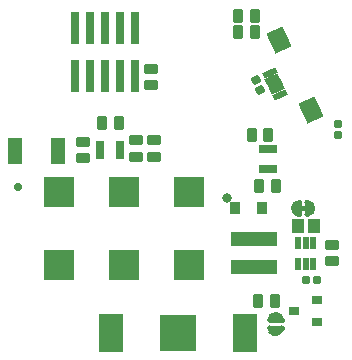
<source format=gbs>
G04*
G04 #@! TF.GenerationSoftware,Altium Limited,Altium Designer,20.2.6 (244)*
G04*
G04 Layer_Color=16711935*
%FSLAX25Y25*%
%MOIN*%
G70*
G04*
G04 #@! TF.SameCoordinates,E73447B6-61B4-4EEF-956E-7A2C62B3FEF5*
G04*
G04*
G04 #@! TF.FilePolarity,Negative*
G04*
G01*
G75*
G04:AMPARAMS|DCode=43|XSize=10mil|YSize=10mil|CornerRadius=1.25mil|HoleSize=0mil|Usage=FLASHONLY|Rotation=90.000|XOffset=0mil|YOffset=0mil|HoleType=Round|Shape=RoundedRectangle|*
%AMROUNDEDRECTD43*
21,1,0.01000,0.00750,0,0,90.0*
21,1,0.00750,0.01000,0,0,90.0*
1,1,0.00250,0.00375,0.00375*
1,1,0.00250,0.00375,-0.00375*
1,1,0.00250,-0.00375,-0.00375*
1,1,0.00250,-0.00375,0.00375*
%
%ADD43ROUNDEDRECTD43*%
G04:AMPARAMS|DCode=44|XSize=10mil|YSize=10mil|CornerRadius=1.25mil|HoleSize=0mil|Usage=FLASHONLY|Rotation=180.000|XOffset=0mil|YOffset=0mil|HoleType=Round|Shape=RoundedRectangle|*
%AMROUNDEDRECTD44*
21,1,0.01000,0.00750,0,0,180.0*
21,1,0.00750,0.01000,0,0,180.0*
1,1,0.00250,-0.00375,0.00375*
1,1,0.00250,0.00375,0.00375*
1,1,0.00250,0.00375,-0.00375*
1,1,0.00250,-0.00375,-0.00375*
%
%ADD44ROUNDEDRECTD44*%
%ADD65C,0.01800*%
%ADD72C,0.03162*%
G04:AMPARAMS|DCode=74|XSize=47.37mil|YSize=35.56mil|CornerRadius=10.89mil|HoleSize=0mil|Usage=FLASHONLY|Rotation=180.000|XOffset=0mil|YOffset=0mil|HoleType=Round|Shape=RoundedRectangle|*
%AMROUNDEDRECTD74*
21,1,0.04737,0.01378,0,0,180.0*
21,1,0.02559,0.03556,0,0,180.0*
1,1,0.02178,-0.01280,0.00689*
1,1,0.02178,0.01280,0.00689*
1,1,0.02178,0.01280,-0.00689*
1,1,0.02178,-0.01280,-0.00689*
%
%ADD74ROUNDEDRECTD74*%
G04:AMPARAMS|DCode=75|XSize=47.37mil|YSize=35.56mil|CornerRadius=10.89mil|HoleSize=0mil|Usage=FLASHONLY|Rotation=270.000|XOffset=0mil|YOffset=0mil|HoleType=Round|Shape=RoundedRectangle|*
%AMROUNDEDRECTD75*
21,1,0.04737,0.01378,0,0,270.0*
21,1,0.02559,0.03556,0,0,270.0*
1,1,0.02178,-0.00689,-0.01280*
1,1,0.02178,-0.00689,0.01280*
1,1,0.02178,0.00689,0.01280*
1,1,0.02178,0.00689,-0.01280*
%
%ADD75ROUNDEDRECTD75*%
G04:AMPARAMS|DCode=78|XSize=29.65mil|YSize=27.69mil|CornerRadius=6.46mil|HoleSize=0mil|Usage=FLASHONLY|Rotation=0.000|XOffset=0mil|YOffset=0mil|HoleType=Round|Shape=RoundedRectangle|*
%AMROUNDEDRECTD78*
21,1,0.02965,0.01476,0,0,0.0*
21,1,0.01673,0.02769,0,0,0.0*
1,1,0.01292,0.00837,-0.00738*
1,1,0.01292,-0.00837,-0.00738*
1,1,0.01292,-0.00837,0.00738*
1,1,0.01292,0.00837,0.00738*
%
%ADD78ROUNDEDRECTD78*%
G04:AMPARAMS|DCode=82|XSize=29.65mil|YSize=27.69mil|CornerRadius=6.46mil|HoleSize=0mil|Usage=FLASHONLY|Rotation=270.000|XOffset=0mil|YOffset=0mil|HoleType=Round|Shape=RoundedRectangle|*
%AMROUNDEDRECTD82*
21,1,0.02965,0.01476,0,0,270.0*
21,1,0.01673,0.02769,0,0,270.0*
1,1,0.01292,-0.00738,-0.00837*
1,1,0.01292,-0.00738,0.00837*
1,1,0.01292,0.00738,0.00837*
1,1,0.01292,0.00738,-0.00837*
%
%ADD82ROUNDEDRECTD82*%
%ADD85R,0.04147X0.04540*%
%ADD92R,0.02178X0.03950*%
%ADD96R,0.15367X0.04658*%
%ADD103C,0.02769*%
%ADD117R,0.12480X0.12480*%
%ADD118R,0.07992X0.12520*%
%ADD124R,0.02913X0.10984*%
%ADD127R,0.02276X0.02769*%
%ADD128R,0.10367X0.10131*%
%ADD129R,0.03280X0.04068*%
G04:AMPARAMS|DCode=130|XSize=29.65mil|YSize=27.69mil|CornerRadius=6.46mil|HoleSize=0mil|Usage=FLASHONLY|Rotation=205.000|XOffset=0mil|YOffset=0mil|HoleType=Round|Shape=RoundedRectangle|*
%AMROUNDEDRECTD130*
21,1,0.02965,0.01476,0,0,205.0*
21,1,0.01673,0.02769,0,0,205.0*
1,1,0.01292,-0.01070,0.00316*
1,1,0.01292,0.00446,0.01023*
1,1,0.01292,0.01070,-0.00316*
1,1,0.01292,-0.00446,-0.01023*
%
%ADD130ROUNDEDRECTD130*%
G04:AMPARAMS|DCode=131|XSize=19.81mil|YSize=47.37mil|CornerRadius=0mil|HoleSize=0mil|Usage=FLASHONLY|Rotation=295.000|XOffset=0mil|YOffset=0mil|HoleType=Round|Shape=Rectangle|*
%AMROTATEDRECTD131*
4,1,4,-0.02565,-0.00103,0.01728,0.01899,0.02565,0.00103,-0.01728,-0.01899,-0.02565,-0.00103,0.0*
%
%ADD131ROTATEDRECTD131*%

G04:AMPARAMS|DCode=132|XSize=72.96mil|YSize=59.18mil|CornerRadius=0mil|HoleSize=0mil|Usage=FLASHONLY|Rotation=295.000|XOffset=0mil|YOffset=0mil|HoleType=Round|Shape=Rectangle|*
%AMROTATEDRECTD132*
4,1,4,-0.04224,0.02056,0.01140,0.04557,0.04224,-0.02056,-0.01140,-0.04557,-0.04224,0.02056,0.0*
%
%ADD132ROTATEDRECTD132*%

%ADD133R,0.03650X0.03001*%
%ADD134R,0.04540X0.08674*%
%ADD135R,0.02769X0.02276*%
G36*
X34819Y-45448D02*
X34842Y-45450D01*
X34866Y-45451D01*
X34869Y-45451D01*
X34871Y-45451D01*
X34894Y-45456D01*
X34918Y-45461D01*
X34920Y-45461D01*
X34922Y-45462D01*
X34945Y-45469D01*
X34968Y-45477D01*
X34970Y-45478D01*
X34972Y-45478D01*
X34993Y-45489D01*
X35015Y-45500D01*
X35017Y-45501D01*
X35019Y-45502D01*
X35039Y-45515D01*
X35059Y-45528D01*
X35061Y-45530D01*
X35063Y-45531D01*
X35080Y-45546D01*
X35099Y-45562D01*
X35100Y-45564D01*
X35102Y-45565D01*
X35118Y-45583D01*
X35134Y-45601D01*
X35135Y-45603D01*
X35137Y-45605D01*
X35149Y-45624D01*
X35163Y-45645D01*
X35164Y-45647D01*
X35166Y-45648D01*
X35176Y-45669D01*
X35187Y-45691D01*
X35188Y-45693D01*
X35189Y-45695D01*
X35197Y-45718D01*
X35204Y-45741D01*
X35205Y-45743D01*
X35206Y-45745D01*
X35210Y-45768D01*
X35215Y-45792D01*
X35215Y-45794D01*
X35216Y-45796D01*
X35217Y-45820D01*
X35219Y-45844D01*
X35219Y-45847D01*
X35219Y-45849D01*
X35218Y-45873D01*
X35217Y-45897D01*
X35216Y-45899D01*
X35216Y-45901D01*
X35211Y-45925D01*
X35207Y-45948D01*
X35206Y-45950D01*
X35206Y-45953D01*
X35198Y-45976D01*
X35190Y-45998D01*
X35190Y-46000D01*
X35189Y-46002D01*
X35178Y-46024D01*
X35168Y-46045D01*
X35167Y-46047D01*
X35166Y-46049D01*
X35153Y-46069D01*
X35139Y-46089D01*
X33639Y-48089D01*
X33638Y-48091D01*
X33637Y-48093D01*
X33621Y-48111D01*
X33605Y-48129D01*
X33603Y-48131D01*
X33602Y-48132D01*
X33584Y-48148D01*
X33566Y-48164D01*
X33564Y-48165D01*
X33562Y-48167D01*
X33543Y-48180D01*
X33523Y-48194D01*
X33521Y-48195D01*
X33519Y-48196D01*
X33497Y-48207D01*
X33476Y-48217D01*
X33474Y-48218D01*
X33472Y-48219D01*
X33449Y-48227D01*
X33426Y-48235D01*
X33424Y-48235D01*
X33422Y-48236D01*
X33399Y-48241D01*
X33375Y-48246D01*
X33373Y-48246D01*
X33371Y-48246D01*
X33347Y-48248D01*
X33323Y-48250D01*
X33321Y-48250D01*
X33318Y-48250D01*
X32396Y-48250D01*
X32297Y-48447D01*
X32297Y-48447D01*
X32270Y-48493D01*
D01*
X32270Y-48493D01*
X32254Y-48513D01*
X32238Y-48534D01*
X32238Y-48534D01*
D01*
X32201Y-48571D01*
X32172Y-48593D01*
X32159Y-48603D01*
X32159Y-48603D01*
X32159Y-48603D01*
X32114Y-48629D01*
X32080Y-48642D01*
X32065Y-48649D01*
X32065Y-48649D01*
X32065Y-48649D01*
X32014Y-48662D01*
X31979Y-48666D01*
X31962Y-48668D01*
X31962D01*
D01*
X31910Y-48668D01*
X31872Y-48663D01*
X31858Y-48661D01*
X31858Y-48661D01*
X31858D01*
X31832Y-48654D01*
X31807Y-48647D01*
X31807Y-48647D01*
X31807D01*
X31807D01*
X31531Y-48551D01*
X31529Y-48551D01*
X31527Y-48550D01*
X31505Y-48540D01*
X31483Y-48531D01*
X31481Y-48530D01*
X31479Y-48529D01*
X31458Y-48517D01*
X31438Y-48505D01*
X31436Y-48503D01*
X31434Y-48502D01*
X31415Y-48487D01*
X31396Y-48472D01*
X31395Y-48471D01*
X31393Y-48470D01*
X31376Y-48452D01*
X31359Y-48435D01*
X31358Y-48434D01*
X31356Y-48432D01*
X31342Y-48412D01*
X31328Y-48393D01*
X31326Y-48392D01*
X31325Y-48390D01*
X31313Y-48368D01*
X31302Y-48348D01*
X31301Y-48346D01*
X31300Y-48344D01*
X31291Y-48322D01*
X31282Y-48299D01*
X31281Y-48297D01*
X31280Y-48295D01*
X31275Y-48272D01*
X31269Y-48248D01*
X31268Y-48246D01*
X31268Y-48244D01*
X31265Y-48220D01*
X31262Y-48197D01*
X31262Y-48194D01*
X31262Y-48192D01*
X31262Y-48168D01*
X31262Y-48144D01*
X31262Y-48142D01*
X31263Y-48140D01*
X31266Y-48116D01*
X31266Y-48114D01*
X31012Y-47860D01*
X30994Y-47874D01*
X30975Y-47888D01*
X30973Y-47890D01*
X30972Y-47891D01*
X30951Y-47903D01*
X30930Y-47915D01*
X30928Y-47916D01*
X30926Y-47917D01*
X30904Y-47926D01*
X30882Y-47935D01*
X30879Y-47936D01*
X30878Y-47937D01*
X30855Y-47943D01*
X30831Y-47949D01*
X30829Y-47949D01*
X30827Y-47950D01*
X30803Y-47953D01*
X30779Y-47956D01*
X30777Y-47956D01*
X30775Y-47957D01*
X30751Y-47956D01*
X30727Y-47957D01*
X30724Y-47956D01*
X30722Y-47956D01*
X30698Y-47953D01*
X30674Y-47950D01*
X30672Y-47950D01*
X30670Y-47949D01*
X30647Y-47943D01*
X30624Y-47937D01*
X30622Y-47936D01*
X30620Y-47935D01*
X30598Y-47926D01*
X30575Y-47917D01*
X30573Y-47916D01*
X30571Y-47915D01*
X30551Y-47903D01*
X30530Y-47891D01*
X30528Y-47890D01*
X30526Y-47889D01*
X30507Y-47874D01*
X30488Y-47859D01*
X30486Y-47858D01*
X30485Y-47857D01*
X30468Y-47840D01*
X30451Y-47822D01*
X30449Y-47821D01*
X30448Y-47819D01*
X30256Y-47599D01*
X30226Y-47559D01*
X30224Y-47557D01*
D01*
X30224Y-47557D01*
X30208Y-47528D01*
X30198Y-47511D01*
X30198Y-47511D01*
X30198Y-47511D01*
X30178Y-47463D01*
X30173Y-47442D01*
X30165Y-47412D01*
X30159Y-47360D01*
Y-47360D01*
D01*
X30159Y-47308D01*
X30164Y-47270D01*
X30166Y-47256D01*
X30166Y-47256D01*
Y-47256D01*
X30171Y-47237D01*
X30180Y-47205D01*
X30180Y-47205D01*
Y-47205D01*
X30200Y-47157D01*
X30225Y-47114D01*
X30226Y-47111D01*
D01*
X30226Y-47111D01*
X30246Y-47086D01*
X30221Y-47049D01*
X30198Y-47002D01*
X30181Y-46953D01*
X30171Y-46901D01*
X30168Y-46849D01*
Y-45849D01*
X30171Y-45796D01*
X30181Y-45745D01*
X30198Y-45695D01*
X30221Y-45648D01*
X30250Y-45605D01*
X30285Y-45565D01*
X30325Y-45531D01*
X30368Y-45502D01*
X30415Y-45478D01*
X30465Y-45462D01*
X30516Y-45451D01*
X30569Y-45448D01*
X34819Y-45448D01*
D02*
G37*
G36*
X40588Y-3676D02*
X40639Y-3686D01*
X40689Y-3703D01*
X40736Y-3726D01*
X40780Y-3755D01*
X40819Y-3790D01*
X40854Y-3829D01*
X40883Y-3873D01*
X40906Y-3920D01*
X40923Y-3969D01*
X40933Y-4021D01*
X40936Y-4073D01*
Y-8323D01*
X40935Y-8347D01*
X40933Y-8371D01*
X40933Y-8373D01*
X40933Y-8375D01*
X40928Y-8399D01*
X40924Y-8423D01*
X40923Y-8425D01*
X40923Y-8427D01*
X40915Y-8450D01*
X40907Y-8472D01*
X40907Y-8474D01*
X40906Y-8477D01*
X40895Y-8498D01*
X40885Y-8520D01*
X40884Y-8522D01*
X40883Y-8523D01*
X40870Y-8543D01*
X40856Y-8564D01*
X40855Y-8565D01*
X40854Y-8567D01*
X40838Y-8585D01*
X40822Y-8603D01*
X40821Y-8605D01*
X40819Y-8607D01*
X40801Y-8623D01*
X40783Y-8638D01*
X40781Y-8640D01*
X40780Y-8641D01*
X40760Y-8654D01*
X40740Y-8668D01*
X40738Y-8669D01*
X40736Y-8670D01*
X40714Y-8681D01*
X40693Y-8692D01*
X40691Y-8692D01*
X40689Y-8693D01*
X40666Y-8701D01*
X40644Y-8709D01*
X40641Y-8710D01*
X40639Y-8710D01*
X40616Y-8715D01*
X40592Y-8720D01*
X40590Y-8720D01*
X40588Y-8721D01*
X40564Y-8722D01*
X40540Y-8724D01*
X40538Y-8724D01*
X40536Y-8724D01*
X40512Y-8722D01*
X40488Y-8721D01*
X40485Y-8721D01*
X40483Y-8721D01*
X40460Y-8716D01*
X40436Y-8711D01*
X40434Y-8711D01*
X40432Y-8710D01*
X40409Y-8703D01*
X40386Y-8695D01*
X40384Y-8694D01*
X40382Y-8693D01*
X40361Y-8683D01*
X40339Y-8672D01*
X40337Y-8671D01*
X40335Y-8670D01*
X40315Y-8657D01*
X40295Y-8644D01*
X39899Y-8347D01*
X39807Y-8533D01*
X39801Y-8543D01*
X39796Y-8553D01*
X39788Y-8566D01*
X39781Y-8578D01*
X39774Y-8587D01*
X39768Y-8597D01*
X39758Y-8608D01*
X39749Y-8620D01*
X39741Y-8628D01*
X39733Y-8637D01*
X39722Y-8647D01*
X39712Y-8657D01*
X39703Y-8664D01*
X39694Y-8672D01*
X39682Y-8680D01*
X39670Y-8689D01*
X39660Y-8695D01*
X39651Y-8701D01*
X39638Y-8708D01*
X39625Y-8715D01*
X39614Y-8720D01*
X39604Y-8725D01*
X39590Y-8730D01*
X39576Y-8735D01*
X39565Y-8738D01*
X39555Y-8742D01*
X39540Y-8745D01*
X39526Y-8749D01*
X39514Y-8750D01*
X39503Y-8753D01*
X39488Y-8754D01*
X39474Y-8756D01*
X39462D01*
X39451Y-8756D01*
X39436Y-8756D01*
X39421D01*
X39410Y-8754D01*
X39399Y-8753D01*
X39384Y-8751D01*
X39369Y-8749D01*
X39358Y-8746D01*
X39347Y-8744D01*
X39333Y-8739D01*
X39319Y-8735D01*
X39308Y-8731D01*
X39297Y-8727D01*
X39284Y-8721D01*
X39270Y-8715D01*
X39260Y-8709D01*
X39250Y-8704D01*
X39238Y-8696D01*
X39225Y-8689D01*
X39216Y-8682D01*
X39206Y-8676D01*
X39195Y-8666D01*
X39183Y-8657D01*
X39175Y-8649D01*
X39135Y-8621D01*
X38995Y-8531D01*
X38988Y-8526D01*
X38980Y-8521D01*
X38967Y-8510D01*
X38953Y-8500D01*
X38946Y-8494D01*
X38939Y-8488D01*
X38928Y-8476D01*
X38915Y-8464D01*
X38909Y-8456D01*
X38903Y-8450D01*
X38893Y-8436D01*
X38883Y-8423D01*
X38878Y-8415D01*
X38872Y-8407D01*
X38864Y-8392D01*
X38855Y-8378D01*
X38852Y-8370D01*
X38847Y-8361D01*
X38841Y-8345D01*
X38835Y-8330D01*
X38832Y-8321D01*
X38829Y-8312D01*
X38825Y-8296D01*
X38820Y-8280D01*
X38818Y-8270D01*
X38816Y-8261D01*
X38815Y-8244D01*
X38812Y-8228D01*
X38812Y-8219D01*
X38811Y-8209D01*
X38811Y-8192D01*
X38811Y-8175D01*
X38812Y-8166D01*
X38812Y-8157D01*
X38815Y-8140D01*
X38817Y-8123D01*
X38819Y-8114D01*
X38821Y-8105D01*
X38825Y-8089D01*
X38829Y-8072D01*
X38833Y-8064D01*
X38835Y-8055D01*
X38982Y-7659D01*
X38295Y-7144D01*
X38293Y-7142D01*
X38291Y-7141D01*
X38274Y-7125D01*
X38255Y-7110D01*
X38254Y-7108D01*
X38252Y-7107D01*
X38236Y-7088D01*
X38220Y-7071D01*
X38219Y-7069D01*
X38217Y-7067D01*
X38204Y-7047D01*
X38191Y-7027D01*
X38190Y-7025D01*
X38188Y-7023D01*
X38178Y-7002D01*
X38167Y-6981D01*
X38166Y-6979D01*
X38165Y-6977D01*
X38157Y-6954D01*
X38149Y-6931D01*
X38149Y-6929D01*
X38148Y-6927D01*
X38144Y-6903D01*
X38139Y-6880D01*
X38138Y-6878D01*
X38138Y-6875D01*
X38137Y-6851D01*
X38135Y-6827D01*
X38135Y-6825D01*
X38135Y-6823D01*
Y-5073D01*
X38138Y-5021D01*
X38148Y-4969D01*
X38165Y-4920D01*
X38188Y-4873D01*
X38217Y-4829D01*
X38252Y-4790D01*
X39252Y-3790D01*
X39292Y-3755D01*
X39335Y-3726D01*
X39382Y-3703D01*
X39432Y-3686D01*
X39483Y-3676D01*
X39535Y-3672D01*
X40536Y-3672D01*
X40588Y-3676D01*
D02*
G37*
G36*
X44036Y-3672D02*
X44088Y-3676D01*
X44139Y-3686D01*
X44189Y-3703D01*
X44236Y-3726D01*
X44280Y-3755D01*
X44319Y-3790D01*
X45319Y-4790D01*
X45353Y-4829D01*
X45383Y-4873D01*
X45406Y-4920D01*
X45423Y-4969D01*
X45433Y-5021D01*
X45436Y-5073D01*
X45436Y-6823D01*
X45436Y-6825D01*
X45436Y-6827D01*
X45435Y-6851D01*
X45433Y-6875D01*
X45432Y-6878D01*
X45432Y-6880D01*
X45427Y-6904D01*
X45423Y-6927D01*
X45422Y-6929D01*
X45422Y-6931D01*
X45414Y-6954D01*
X45406Y-6977D01*
X45405Y-6978D01*
X45404Y-6981D01*
X45393Y-7002D01*
X45383Y-7023D01*
X45382Y-7025D01*
X45380Y-7027D01*
X45366Y-7048D01*
X45354Y-7067D01*
X45352Y-7069D01*
X45351Y-7071D01*
X45335Y-7089D01*
X45319Y-7107D01*
X45317Y-7108D01*
X45316Y-7110D01*
X45298Y-7125D01*
X45280Y-7141D01*
X45278Y-7142D01*
X45276Y-7144D01*
X43276Y-8644D01*
X43255Y-8657D01*
X43236Y-8670D01*
X43234Y-8671D01*
X43232Y-8672D01*
X43210Y-8683D01*
X43189Y-8693D01*
X43187Y-8694D01*
X43185Y-8695D01*
X43162Y-8703D01*
X43139Y-8710D01*
X43137Y-8711D01*
X43135Y-8711D01*
X43111Y-8716D01*
X43088Y-8721D01*
X43086Y-8721D01*
X43084Y-8721D01*
X43060Y-8722D01*
X43036Y-8724D01*
X43033Y-8724D01*
X43031Y-8724D01*
X43007Y-8722D01*
X42983Y-8721D01*
X42981Y-8720D01*
X42979Y-8720D01*
X42956Y-8715D01*
X42932Y-8710D01*
X42930Y-8710D01*
X42928Y-8709D01*
X42906Y-8701D01*
X42882Y-8693D01*
X42880Y-8692D01*
X42878Y-8692D01*
X42857Y-8681D01*
X42835Y-8670D01*
X42833Y-8669D01*
X42831Y-8668D01*
X42811Y-8654D01*
X42792Y-8641D01*
X42790Y-8640D01*
X42788Y-8638D01*
X42770Y-8623D01*
X42752Y-8607D01*
X42751Y-8605D01*
X42749Y-8603D01*
X42733Y-8585D01*
X42717Y-8567D01*
X42716Y-8565D01*
X42715Y-8564D01*
X42702Y-8543D01*
X42688Y-8523D01*
X42687Y-8522D01*
X42686Y-8520D01*
X42676Y-8498D01*
X42665Y-8477D01*
X42665Y-8474D01*
X42663Y-8472D01*
X42656Y-8450D01*
X42648Y-8427D01*
X42648Y-8425D01*
X42647Y-8423D01*
X42643Y-8399D01*
X42638Y-8375D01*
X42638Y-8373D01*
X42638Y-8371D01*
X42636Y-8347D01*
X42635Y-8323D01*
Y-4073D01*
X42638Y-4021D01*
X42648Y-3969D01*
X42665Y-3920D01*
X42688Y-3873D01*
X42717Y-3829D01*
X42752Y-3790D01*
X42792Y-3755D01*
X42835Y-3726D01*
X42882Y-3703D01*
X42932Y-3686D01*
X42983Y-3676D01*
X43036Y-3672D01*
X44036Y-3672D01*
D02*
G37*
G36*
X33321Y-40948D02*
X33323Y-40948D01*
X33347Y-40950D01*
X33371Y-40951D01*
X33373Y-40952D01*
X33375Y-40952D01*
X33399Y-40957D01*
X33422Y-40962D01*
X33424Y-40962D01*
X33426Y-40963D01*
X33449Y-40971D01*
X33472Y-40979D01*
X33474Y-40979D01*
X33476Y-40980D01*
X33497Y-40991D01*
X33519Y-41002D01*
X33521Y-41003D01*
X33523Y-41004D01*
X33543Y-41018D01*
X33562Y-41031D01*
X33564Y-41032D01*
X33566Y-41034D01*
X33584Y-41049D01*
X33602Y-41065D01*
X33603Y-41067D01*
X33605Y-41069D01*
X33621Y-41087D01*
X33637Y-41105D01*
X33638Y-41107D01*
X33639Y-41108D01*
X35139Y-43108D01*
X35152Y-43129D01*
X35166Y-43148D01*
X35167Y-43150D01*
X35168Y-43152D01*
X35178Y-43174D01*
X35189Y-43195D01*
X35190Y-43198D01*
X35190Y-43200D01*
X35198Y-43222D01*
X35206Y-43245D01*
X35206Y-43247D01*
X35207Y-43249D01*
X35211Y-43273D01*
X35216Y-43297D01*
X35216Y-43299D01*
X35217Y-43301D01*
X35218Y-43325D01*
X35219Y-43349D01*
X35219Y-43351D01*
X35219Y-43353D01*
X35217Y-43377D01*
X35216Y-43401D01*
X35215Y-43403D01*
X35215Y-43406D01*
X35210Y-43429D01*
X35206Y-43453D01*
X35205Y-43455D01*
X35204Y-43457D01*
X35197Y-43480D01*
X35189Y-43502D01*
X35188Y-43504D01*
X35187Y-43506D01*
X35176Y-43528D01*
X35166Y-43549D01*
X35164Y-43551D01*
X35163Y-43553D01*
X35150Y-43573D01*
X35137Y-43593D01*
X35135Y-43595D01*
X35134Y-43596D01*
X35118Y-43615D01*
X35102Y-43632D01*
X35100Y-43634D01*
X35099Y-43635D01*
X35080Y-43652D01*
X35063Y-43667D01*
X35061Y-43668D01*
X35059Y-43670D01*
X35038Y-43683D01*
X35019Y-43696D01*
X35017Y-43697D01*
X35015Y-43698D01*
X34993Y-43709D01*
X34972Y-43719D01*
X34970Y-43720D01*
X34968Y-43721D01*
X34945Y-43728D01*
X34922Y-43736D01*
X34920Y-43736D01*
X34918Y-43737D01*
X34894Y-43742D01*
X34871Y-43746D01*
X34869Y-43746D01*
X34866Y-43747D01*
X34842Y-43748D01*
X34819Y-43750D01*
X30569Y-43750D01*
X30516Y-43746D01*
X30465Y-43736D01*
X30415Y-43719D01*
X30368Y-43696D01*
X30325Y-43667D01*
X30285Y-43632D01*
X30250Y-43593D01*
X30221Y-43549D01*
X30198Y-43502D01*
X30181Y-43453D01*
X30171Y-43401D01*
X30168Y-43349D01*
X30168Y-42349D01*
X30171Y-42296D01*
X30181Y-42245D01*
X30198Y-42195D01*
X30221Y-42148D01*
X30250Y-42105D01*
X30285Y-42065D01*
X31285Y-41065D01*
X31324Y-41031D01*
X31368Y-41002D01*
X31415Y-40979D01*
X31465Y-40962D01*
X31516Y-40951D01*
X31569Y-40948D01*
X33318D01*
X33321Y-40948D01*
D02*
G37*
D43*
X32568Y-46849D02*
D03*
X32568Y-42349D02*
D03*
D44*
X44036Y-6073D02*
D03*
X39535Y-6073D02*
D03*
D65*
X40124Y-8030D02*
G03*
X40536Y-8073I412J1957D01*
G01*
Y-4073D02*
G03*
X40124Y-8030I0J-2000D01*
G01*
X43036Y-8073D02*
G03*
X43036Y-4073I0J2000D01*
G01*
X31449Y-47506D02*
G03*
X34569Y-45849I1120J1657D01*
G01*
X30569D02*
G03*
X31449Y-47506I2000J0D01*
G01*
X32568Y-41349D02*
G03*
X30569Y-43349I0J-2000D01*
G01*
X34569Y-43349D02*
G03*
X32568Y-41349I-2000J0D01*
G01*
X40536Y-4073D02*
X40536Y-7671D01*
Y-8073D02*
Y-7671D01*
X40536Y-6073D02*
X43036Y-6073D01*
X43036Y-8073D02*
Y-4073D01*
X32568Y-45849D02*
X34569D01*
X30569D02*
X32568D01*
X32568Y-43349D02*
X34569D01*
X30569Y-43349D02*
X32568Y-43349D01*
D72*
X16373Y-2500D02*
D03*
D74*
X-9065Y40539D02*
D03*
X-9065Y35027D02*
D03*
X-31500Y16156D02*
D03*
X-31500Y10644D02*
D03*
X-14000Y16656D02*
D03*
X-14000Y11144D02*
D03*
X-8000Y11144D02*
D03*
X-8000Y16656D02*
D03*
X51445Y-18242D02*
D03*
X51445Y-23754D02*
D03*
D75*
X27210Y1268D02*
D03*
X32722Y1268D02*
D03*
X30122Y18220D02*
D03*
X24610Y18220D02*
D03*
X25656Y52800D02*
D03*
X20144Y52800D02*
D03*
X25656Y58000D02*
D03*
X20144Y58000D02*
D03*
X-25256Y22400D02*
D03*
X-19744Y22400D02*
D03*
X32272Y-36833D02*
D03*
X26761Y-36833D02*
D03*
D78*
X53526Y22023D02*
D03*
X53526Y18480D02*
D03*
D82*
X46331Y-29903D02*
D03*
X42788Y-29903D02*
D03*
D85*
X40124Y-11805D02*
D03*
X45438Y-11805D02*
D03*
D92*
X45129Y-24744D02*
D03*
X42570Y-24744D02*
D03*
X40011Y-24744D02*
D03*
X45129Y-17539D02*
D03*
X42570Y-17539D02*
D03*
X40011Y-17539D02*
D03*
D96*
X25417Y-16447D02*
D03*
X25417Y-25778D02*
D03*
D103*
X-53280Y900D02*
D03*
D117*
X0Y-47506D02*
D03*
D118*
X22303Y-47506D02*
D03*
X-22303Y-47506D02*
D03*
D124*
X-34343Y54100D02*
D03*
X-29343Y54100D02*
D03*
X-24343D02*
D03*
X-19343Y54100D02*
D03*
X-14343Y54100D02*
D03*
X-34343Y38076D02*
D03*
X-29343Y38076D02*
D03*
X-24343Y38076D02*
D03*
X-19343Y38076D02*
D03*
X-14343Y38076D02*
D03*
D127*
X28161Y13577D02*
D03*
X30130Y13577D02*
D03*
X32098D02*
D03*
X32098Y6884D02*
D03*
X30130Y6884D02*
D03*
X28161Y6884D02*
D03*
D128*
X3800Y-508D02*
D03*
X3800Y-25075D02*
D03*
X-17950Y-25083D02*
D03*
X-17950Y-516D02*
D03*
X-39700Y-516D02*
D03*
X-39700Y-25083D02*
D03*
D129*
X27950Y-6100D02*
D03*
X19171Y-6100D02*
D03*
D130*
X27526Y33443D02*
D03*
X26028Y36654D02*
D03*
D131*
X30564Y38903D02*
D03*
X31396Y37119D02*
D03*
X33060Y33551D02*
D03*
X32228Y35335D02*
D03*
X33892Y31767D02*
D03*
D132*
X44456Y26811D02*
D03*
X33558Y50182D02*
D03*
D133*
X46446Y-36514D02*
D03*
Y-43995D02*
D03*
X38694Y-40255D02*
D03*
D134*
X-39842Y13203D02*
D03*
X-54212Y13203D02*
D03*
D135*
X-25846Y15369D02*
D03*
X-25846Y13400D02*
D03*
X-25846Y11432D02*
D03*
X-19153Y11432D02*
D03*
Y13400D02*
D03*
Y15369D02*
D03*
M02*

</source>
